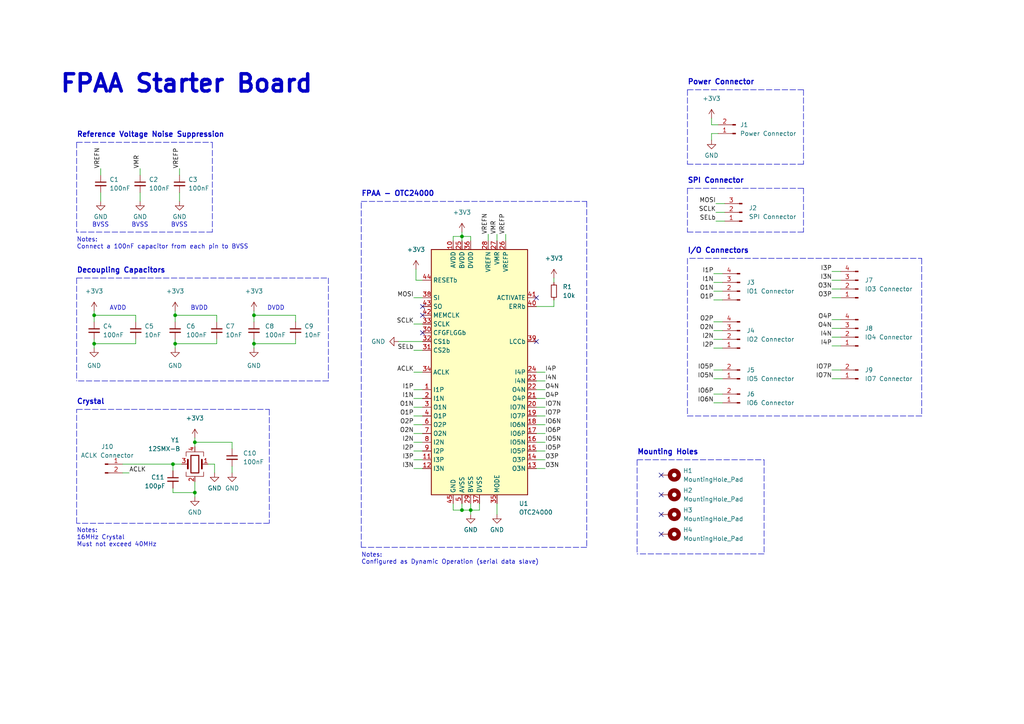
<source format=kicad_sch>
(kicad_sch (version 20211123) (generator eeschema)
  (paper "A4")
  (title_block (title "FPAA Starter Board") (date "2022-05-03") (rev "2.0") (company "EngrEDU"))
  (lib_symbols
    (symbol "Connector:Conn_01x02_Male" (pin_names (offset 1.016) hide)
      (property "Reference" "J" (at 0 2.54 0))
      (property "Value" "Conn_01x02_Male" (at 0 -5.08 0))
      (symbol "Conn_01x02_Male_1_1"
        (polyline (pts (xy 1.27 -2.54) (xy 0.8636 -2.54)) (stroke (width 0.1524)))
        (polyline (pts (xy 1.27 0) (xy 0.8636 0)) (stroke (width 0.1524)))
        (rectangle (start 0.8636 -2.413) (end 0 -2.667) (stroke (width 0.1524)) (fill (type outline)))
        (rectangle (start 0.8636 0.127) (end 0 -0.127) (stroke (width 0.1524)) (fill (type outline)))
        (pin passive line (at 5.08 0 180) (length 3.81) (name "Pin_1") (number "1"))
        (pin passive line (at 5.08 -2.54 180) (length 3.81) (name "Pin_2") (number "2"))
      )
    )
    (symbol "Connector:Conn_01x03_Male" (pin_names (offset 1.016) hide)
      (property "Reference" "J" (at 0 5.08 0))
      (property "Value" "Conn_01x03_Male" (at 0 -5.08 0))
      (symbol "Conn_01x03_Male_1_1"
        (polyline (pts (xy 1.27 -2.54) (xy 0.8636 -2.54)) (stroke (width 0.1524)))
        (polyline (pts (xy 1.27 0) (xy 0.8636 0)) (stroke (width 0.1524)))
        (polyline (pts (xy 1.27 2.54) (xy 0.8636 2.54)) (stroke (width 0.1524)))
        (rectangle (start 0.8636 -2.413) (end 0 -2.667) (stroke (width 0.1524)) (fill (type outline)))
        (rectangle (start 0.8636 0.127) (end 0 -0.127) (stroke (width 0.1524)) (fill (type outline)))
        (rectangle (start 0.8636 2.667) (end 0 2.413) (stroke (width 0.1524)) (fill (type outline)))
        (pin passive line (at 5.08 2.54 180) (length 3.81) (name "Pin_1") (number "1"))
        (pin passive line (at 5.08 0 180) (length 3.81) (name "Pin_2") (number "2"))
        (pin passive line (at 5.08 -2.54 180) (length 3.81) (name "Pin_3") (number "3"))
      )
    )
    (symbol "Connector:Conn_01x04_Male" (pin_names (offset 1.016) hide)
      (property "Reference" "J" (at 0 5.08 0))
      (property "Value" "Conn_01x04_Male" (at 0 -7.62 0))
      (symbol "Conn_01x04_Male_1_1"
        (polyline (pts (xy 1.27 -5.08) (xy 0.8636 -5.08)) (stroke (width 0.1524)))
        (polyline (pts (xy 1.27 -2.54) (xy 0.8636 -2.54)) (stroke (width 0.1524)))
        (polyline (pts (xy 1.27 0) (xy 0.8636 0)) (stroke (width 0.1524)))
        (polyline (pts (xy 1.27 2.54) (xy 0.8636 2.54)) (stroke (width 0.1524)))
        (rectangle (start 0.8636 -4.953) (end 0 -5.207) (stroke (width 0.1524)) (fill (type outline)))
        (rectangle (start 0.8636 -2.413) (end 0 -2.667) (stroke (width 0.1524)) (fill (type outline)))
        (rectangle (start 0.8636 0.127) (end 0 -0.127) (stroke (width 0.1524)) (fill (type outline)))
        (rectangle (start 0.8636 2.667) (end 0 2.413) (stroke (width 0.1524)) (fill (type outline)))
        (pin passive line (at 5.08 2.54 180) (length 3.81) (name "Pin_1") (number "1"))
        (pin passive line (at 5.08 0 180) (length 3.81) (name "Pin_2") (number "2"))
        (pin passive line (at 5.08 -2.54 180) (length 3.81) (name "Pin_3") (number "3"))
        (pin passive line (at 5.08 -5.08 180) (length 3.81) (name "Pin_4") (number "4"))
      )
    )
    (symbol "Device:C_Small" (pin_numbers hide) (pin_names (offset 0.254) hide)
      (property "Reference" "C" (at 0.254 1.778 0))
      (property "Value" "C_Small" (at 0.254 -2.032 0))
      (symbol "C_Small_0_1"
        (polyline (pts (xy -1.524 -0.508) (xy 1.524 -0.508)) (stroke (width 0.3302)))
        (polyline (pts (xy -1.524 0.508) (xy 1.524 0.508)) (stroke (width 0.3048)))
      )
      (symbol "C_Small_1_1"
        (pin passive line (at 0 2.54 270) (length 2.032) (name "~") (number "1"))
        (pin passive line (at 0 -2.54 90) (length 2.032) (name "~") (number "2"))
      )
    )
    (symbol "Device:Crystal_GND24" (pin_names (offset 1.016) hide)
      (property "Reference" "Y" (at 3.175 5.08 0))
      (property "Value" "Crystal_GND24" (at 3.175 3.175 0))
      (symbol "Crystal_GND24_0_1"
        (rectangle (start -1.143 2.54) (end 1.143 -2.54) (stroke (width 0.3048)))
        (polyline (pts (xy -2.54 0) (xy -2.032 0)))
        (polyline (pts (xy -2.032 -1.27) (xy -2.032 1.27)) (stroke (width 0.508)))
        (polyline (pts (xy 0 -3.81) (xy 0 -3.556)))
        (polyline (pts (xy 0 3.556) (xy 0 3.81)))
        (polyline (pts (xy 2.032 -1.27) (xy 2.032 1.27)) (stroke (width 0.508)))
        (polyline (pts (xy 2.032 0) (xy 2.54 0)))
        (polyline (pts (xy -2.54 -2.286) (xy -2.54 -3.556) (xy 2.54 -3.556) (xy 2.54 -2.286)))
        (polyline (pts (xy -2.54 2.286) (xy -2.54 3.556) (xy 2.54 3.556) (xy 2.54 2.286)))
      )
      (symbol "Crystal_GND24_1_1"
        (pin passive line (at -3.81 0 0) (length 1.27) (name "1") (number "1"))
        (pin passive line (at 0 5.08 270) (length 1.27) (name "2") (number "2"))
        (pin passive line (at 3.81 0 180) (length 1.27) (name "3") (number "3"))
        (pin passive line (at 0 -5.08 90) (length 1.27) (name "4") (number "4"))
      )
    )
    (symbol "Device:R_Small" (pin_numbers hide) (pin_names (offset 0.254) hide)
      (property "Reference" "R" (at 0.762 0.508 0))
      (property "Value" "R_Small" (at 0.762 -1.016 0))
      (symbol "R_Small_0_1"
        (rectangle (start -0.762 1.778) (end 0.762 -1.778) (stroke (width 0.2032)))
      )
      (symbol "R_Small_1_1"
        (pin passive line (at 0 2.54 270) (length 0.762) (name "~") (number "1"))
        (pin passive line (at 0 -2.54 90) (length 0.762) (name "~") (number "2"))
      )
    )
    (symbol "EngrEDU:OTC24000"
      (property "Reference" "U1" (at 10.16 -38.1 0))
      (property "Value" "OTC24000" (at 10.16 -40.64 0))
      (symbol "OTC24000_0_1"
        (rectangle (start -15.24 -35.56) (end 12.7 35.56) (stroke (width 0.254)) (fill (type background)))
      )
      (symbol "OTC24000_1_1"
        (pin input line (at -17.78 -5.08 0) (length 2.54) (name "I1P") (number "1"))
        (pin power_in line (at -8.89 38.1 270) (length 2.54) (name "AVDD") (number "10"))
        (pin input line (at -17.78 -25.4 0) (length 2.54) (name "I3P") (number "11"))
        (pin input line (at -17.78 -27.94 0) (length 2.54) (name "I3N") (number "12"))
        (pin output line (at 15.24 -27.94 180) (length 2.54) (name "O3N") (number "13"))
        (pin output line (at 15.24 -25.4 180) (length 2.54) (name "O3P") (number "14"))
        (pin bidirectional line (at 15.24 -22.86 180) (length 2.54) (name "IO5P") (number "15"))
        (pin bidirectional line (at 15.24 -20.32 180) (length 2.54) (name "IO5N") (number "16"))
        (pin bidirectional line (at 15.24 -17.78 180) (length 2.54) (name "IO6P") (number "17"))
        (pin bidirectional line (at 15.24 -15.24 180) (length 2.54) (name "IO6N") (number "18"))
        (pin bidirectional line (at 15.24 -12.7 180) (length 2.54) (name "IO7P") (number "19"))
        (pin input line (at -17.78 -7.62 0) (length 2.54) (name "I1N") (number "2"))
        (pin bidirectional line (at 15.24 -10.16 180) (length 2.54) (name "IO7N") (number "20"))
        (pin output line (at 15.24 -7.62 180) (length 2.54) (name "O4P") (number "21"))
        (pin output line (at 15.24 -5.08 180) (length 2.54) (name "O4N") (number "22"))
        (pin input line (at 15.24 -2.54 180) (length 2.54) (name "I4N") (number "23"))
        (pin input line (at 15.24 0 180) (length 2.54) (name "I4P") (number "24"))
        (pin power_in line (at -6.35 38.1 270) (length 2.54) (name "BVDD") (number "25"))
        (pin power_in line (at 6.35 38.1 270) (length 2.54) (name "VREFP") (number "26"))
        (pin power_in line (at 3.81 38.1 270) (length 2.54) (name "VMR") (number "27"))
        (pin power_in line (at 1.27 38.1 270) (length 2.54) (name "VREFN") (number "28"))
        (pin power_in line (at -3.81 -38.1 90) (length 2.54) (name "BVSS") (number "29"))
        (pin output line (at -17.78 -10.16 0) (length 2.54) (name "O1N") (number "3"))
        (pin output line (at -17.78 11.43 0) (length 2.54) (name "CFGFLGGb") (number "30"))
        (pin input line (at -17.78 6.35 0) (length 2.54) (name "CS2b") (number "31"))
        (pin input line (at -17.78 8.89 0) (length 2.54) (name "CS1b") (number "32"))
        (pin input line (at -17.78 13.97 0) (length 2.54) (name "SCLK") (number "33"))
        (pin input line (at -17.78 0 0) (length 2.54) (name "ACLK") (number "34"))
        (pin input line (at 3.81 -38.1 90) (length 2.54) (name "MODE") (number "35"))
        (pin power_in line (at -3.81 38.1 270) (length 2.54) (name "DVDD") (number "36"))
        (pin power_in line (at -1.27 -38.1 90) (length 2.54) (name "DVSS") (number "37"))
        (pin input line (at -17.78 21.59 0) (length 2.54) (name "SI") (number "38"))
        (pin output line (at 15.24 8.89 180) (length 2.54) (name "LCCb") (number "39"))
        (pin output line (at -17.78 -12.7 0) (length 2.54) (name "O1P") (number "4"))
        (pin output line (at 15.24 19.05 180) (length 2.54) (name "ERRb") (number "40"))
        (pin output line (at 15.24 21.59 180) (length 2.54) (name "ACTIVATE") (number "41"))
        (pin output line (at -17.78 16.51 0) (length 2.54) (name "MEMCLK") (number "42"))
        (pin output line (at -17.78 19.05 0) (length 2.54) (name "SO") (number "43"))
        (pin input line (at -17.78 26.67 0) (length 2.54) (name "RESETb") (number "44"))
        (pin power_in line (at -8.89 -38.1 90) (length 2.54) (name "GND") (number "45"))
        (pin power_in line (at -6.35 -38.1 90) (length 2.54) (name "AVSS") (number "5"))
        (pin output line (at -17.78 -15.24 0) (length 2.54) (name "O2P") (number "6"))
        (pin output line (at -17.78 -17.78 0) (length 2.54) (name "O2N") (number "7"))
        (pin input line (at -17.78 -20.32 0) (length 2.54) (name "I2N") (number "8"))
        (pin input line (at -17.78 -22.86 0) (length 2.54) (name "I2P") (number "9"))
      )
    )
    (symbol "Mechanical:MountingHole_Pad" (pin_numbers hide) (pin_names (offset 1.016) hide)
      (property "Reference" "H" (at 0 6.35 0))
      (property "Value" "MountingHole_Pad" (at 0 4.445 0))
      (symbol "MountingHole_Pad_0_1"
        (circle (center 0 1.27) (radius 1.27) (stroke (width 1.27)))
      )
      (symbol "MountingHole_Pad_1_1"
        (pin input line (at 0 -2.54 90) (length 2.54) (name "1") (number "1"))
      )
    )
    (symbol "power:+3.3V" (power) (pin_names (offset 0))
      (property "Value" "+3.3V" (at 0 3.556 0))
      (symbol "+3.3V_0_1"
        (polyline (pts (xy -0.762 1.27) (xy 0 2.54)))
        (polyline (pts (xy 0 0) (xy 0 2.54)))
        (polyline (pts (xy 0 2.54) (xy 0.762 1.27)))
      )
      (symbol "+3.3V_1_1"
        (pin power_in line (at 0 0 90) (length 0) hide (name "+3V3") (number "1"))
      )
    )
    (symbol "power:GND" (power) (pin_names (offset 0))
      (property "Value" "GND" (at 0 -3.81 0))
      (symbol "GND_0_1"
        (polyline (pts (xy 0 0) (xy 0 -1.27) (xy 1.27 -1.27) (xy 0 -2.54) (xy -1.27 -1.27) (xy 0 -1.27)))
      )
      (symbol "GND_1_1"
        (pin power_in line (at 0 0 270) (length 0) hide (name "GND") (number "1"))
      )
    )
  )
  (junction (at 56.515 128.27))
  (junction (at 27.305 91.44))
  (junction (at 56.515 142.875))
  (junction (at 133.985 68.58))
  (junction (at 50.8 99.695))
  (junction (at 50.8 91.44))
  (junction (at 133.985 147.955))
  (junction (at 73.66 91.44))
  (junction (at 27.305 99.695))
  (junction (at 136.525 147.955))
  (junction (at 50.165 134.62))
  (junction (at 73.66 99.695))
  (no_connect (at 191.77 149.225))
  (no_connect (at 191.77 154.94))
  (no_connect (at 191.77 137.795))
  (no_connect (at 191.77 143.51))
  (no_connect (at 155.575 86.36))
  (no_connect (at 155.575 99.06))
  (no_connect (at 122.555 96.52))
  (no_connect (at 122.555 91.44))
  (no_connect (at 122.555 88.9))
  (wire (pts (xy 73.66 91.44) (xy 85.725 91.44)))
  (wire (pts (xy 155.575 130.81) (xy 158.115 130.81)))
  (wire (pts (xy 115.57 99.06) (xy 122.555 99.06)))
  (wire (pts (xy 155.575 107.95) (xy 158.115 107.95)))
  (polyline (pts (xy 199.39 26.035) (xy 233.045 26.035)))
  (wire (pts (xy 155.575 110.49) (xy 158.115 110.49)))
  (polyline (pts (xy 184.785 133.35) (xy 184.785 160.655)))
  (wire (pts (xy 120.015 113.03) (xy 122.555 113.03)))
  (wire (pts (xy 52.07 48.895) (xy 52.07 50.8)))
  (polyline (pts (xy 22.225 41.275) (xy 22.225 67.31)))
  (wire (pts (xy 120.015 130.81) (xy 122.555 130.81)))
  (wire (pts (xy 73.66 99.695) (xy 73.66 100.965)))
  (wire (pts (xy 155.575 113.03) (xy 158.115 113.03)))
  (wire (pts (xy 133.985 69.85) (xy 133.985 68.58)))
  (wire (pts (xy 141.605 67.945) (xy 141.605 69.85)))
  (wire (pts (xy 120.015 120.65) (xy 122.555 120.65)))
  (wire (pts (xy 133.985 147.955) (xy 136.525 147.955)))
  (wire (pts (xy 50.8 90.17) (xy 50.8 91.44)))
  (wire (pts (xy 73.66 91.44) (xy 73.66 93.345)))
  (wire (pts (xy 207.01 95.885) (xy 209.55 95.885)))
  (polyline (pts (xy 199.39 26.035) (xy 199.39 47.625)))
  (polyline (pts (xy 199.39 54.61) (xy 199.39 67.31)))
  (wire (pts (xy 146.685 67.945) (xy 146.685 69.85)))
  (wire (pts (xy 144.145 67.945) (xy 144.145 69.85)))
  (wire (pts (xy 120.65 81.28) (xy 122.555 81.28)))
  (wire (pts (xy 40.64 48.895) (xy 40.64 50.8)))
  (wire (pts (xy 27.305 99.695) (xy 39.37 99.695)))
  (wire (pts (xy 40.64 55.88) (xy 40.64 58.42)))
  (wire (pts (xy 136.525 146.05) (xy 136.525 147.955)))
  (wire (pts (xy 241.3 83.82) (xy 243.84 83.82)))
  (polyline (pts (xy 221.615 133.35) (xy 221.615 160.655)))
  (wire (pts (xy 155.575 115.57) (xy 158.115 115.57)))
  (polyline (pts (xy 221.615 160.655) (xy 184.785 160.655)))
  (wire (pts (xy 50.165 136.525) (xy 50.165 134.62)))
  (wire (pts (xy 85.725 98.425) (xy 85.725 99.695)))
  (wire (pts (xy 39.37 98.425) (xy 39.37 99.695)))
  (wire (pts (xy 35.56 137.16) (xy 37.465 137.16)))
  (wire (pts (xy 207.01 98.425) (xy 209.55 98.425)))
  (polyline (pts (xy 61.595 41.275) (xy 61.595 67.31)))
  (wire (pts (xy 139.065 146.05) (xy 139.065 147.955)))
  (wire (pts (xy 120.015 123.19) (xy 122.555 123.19)))
  (wire (pts (xy 27.305 90.17) (xy 27.305 91.44)))
  (wire (pts (xy 67.31 135.255) (xy 67.31 137.16)))
  (wire (pts (xy 131.445 147.955) (xy 133.985 147.955)))
  (wire (pts (xy 50.8 99.695) (xy 50.8 100.965)))
  (wire (pts (xy 62.865 93.345) (xy 62.865 91.44)))
  (wire (pts (xy 50.8 91.44) (xy 62.865 91.44)))
  (wire (pts (xy 120.015 115.57) (xy 122.555 115.57)))
  (wire (pts (xy 60.325 134.62) (xy 62.23 134.62)))
  (polyline (pts (xy 22.225 151.765) (xy 22.225 118.745)))
  (polyline (pts (xy 22.225 80.645) (xy 95.25 80.645)))
  (wire (pts (xy 155.575 118.11) (xy 158.115 118.11)))
  (wire (pts (xy 207.645 64.135) (xy 210.185 64.135)))
  (polyline (pts (xy 199.39 54.61) (xy 233.045 54.61)))
  (wire (pts (xy 120.015 133.35) (xy 122.555 133.35)))
  (polyline (pts (xy 233.045 47.625) (xy 199.39 47.625)))
  (polyline (pts (xy 170.18 58.42) (xy 170.18 158.75)))
  (wire (pts (xy 207.01 93.345) (xy 209.55 93.345)))
  (wire (pts (xy 56.515 142.875) (xy 56.515 144.145)))
  (polyline (pts (xy 38.1 118.745) (xy 78.105 118.745)))
  (wire (pts (xy 241.3 86.36) (xy 243.84 86.36)))
  (wire (pts (xy 241.3 107.315) (xy 243.84 107.315)))
  (wire (pts (xy 120.65 78.105) (xy 120.65 81.28)))
  (wire (pts (xy 144.145 146.05) (xy 144.145 149.225)))
  (wire (pts (xy 27.305 91.44) (xy 27.305 93.345)))
  (polyline (pts (xy 233.045 26.035) (xy 233.045 47.625)))
  (polyline (pts (xy 104.775 158.75) (xy 104.775 58.42)))
  (wire (pts (xy 206.375 38.735) (xy 206.375 40.64)))
  (wire (pts (xy 67.31 130.175) (xy 67.31 128.27)))
  (wire (pts (xy 136.525 147.955) (xy 136.525 149.225)))
  (polyline (pts (xy 233.045 54.61) (xy 233.045 67.31)))
  (wire (pts (xy 207.01 116.84) (xy 209.55 116.84)))
  (wire (pts (xy 52.07 55.88) (xy 52.07 58.42)))
  (wire (pts (xy 62.865 98.425) (xy 62.865 99.695)))
  (polyline (pts (xy 95.25 80.645) (xy 95.25 110.49)))
  (wire (pts (xy 27.305 99.695) (xy 27.305 100.965)))
  (wire (pts (xy 207.645 61.595) (xy 210.185 61.595)))
  (wire (pts (xy 207.01 114.3) (xy 209.55 114.3)))
  (wire (pts (xy 207.01 100.965) (xy 209.55 100.965)))
  (wire (pts (xy 131.445 146.05) (xy 131.445 147.955)))
  (wire (pts (xy 120.015 118.11) (xy 122.555 118.11)))
  (wire (pts (xy 120.015 125.73) (xy 122.555 125.73)))
  (wire (pts (xy 56.515 139.7) (xy 56.515 142.875)))
  (polyline (pts (xy 61.595 67.31) (xy 22.225 67.31)))
  (polyline (pts (xy 267.335 74.93) (xy 267.335 120.65)))
  (wire (pts (xy 120.015 101.6) (xy 122.555 101.6)))
  (polyline (pts (xy 78.105 118.745) (xy 78.105 151.765)))
  (wire (pts (xy 120.015 107.95) (xy 122.555 107.95)))
  (polyline (pts (xy 233.045 67.31) (xy 199.39 67.31)))
  (wire (pts (xy 241.3 100.33) (xy 243.84 100.33)))
  (polyline (pts (xy 22.225 118.745) (xy 38.1 118.745)))
  (wire (pts (xy 241.3 92.71) (xy 243.84 92.71)))
  (wire (pts (xy 29.21 48.895) (xy 29.21 50.8)))
  (wire (pts (xy 85.725 93.345) (xy 85.725 91.44)))
  (wire (pts (xy 136.525 69.85) (xy 136.525 68.58)))
  (wire (pts (xy 206.375 34.29) (xy 206.375 36.195)))
  (wire (pts (xy 56.515 127) (xy 56.515 128.27)))
  (wire (pts (xy 207.01 86.995) (xy 209.55 86.995)))
  (polyline (pts (xy 184.785 133.35) (xy 221.615 133.35)))
  (wire (pts (xy 35.56 134.62) (xy 50.165 134.62)))
  (wire (pts (xy 207.01 84.455) (xy 209.55 84.455)))
  (wire (pts (xy 73.66 98.425) (xy 73.66 99.695)))
  (wire (pts (xy 136.525 147.955) (xy 139.065 147.955)))
  (polyline (pts (xy 22.225 41.275) (xy 61.595 41.275)))
  (wire (pts (xy 155.575 123.19) (xy 158.115 123.19)))
  (wire (pts (xy 155.575 125.73) (xy 158.115 125.73)))
  (wire (pts (xy 207.01 107.315) (xy 209.55 107.315)))
  (wire (pts (xy 155.575 88.9) (xy 160.655 88.9)))
  (wire (pts (xy 120.015 128.27) (xy 122.555 128.27)))
  (wire (pts (xy 73.66 90.17) (xy 73.66 91.44)))
  (wire (pts (xy 155.575 128.27) (xy 158.115 128.27)))
  (wire (pts (xy 208.28 38.735) (xy 206.375 38.735)))
  (wire (pts (xy 120.015 86.36) (xy 122.555 86.36)))
  (wire (pts (xy 67.31 128.27) (xy 56.515 128.27)))
  (wire (pts (xy 155.575 133.35) (xy 158.115 133.35)))
  (wire (pts (xy 155.575 135.89) (xy 158.115 135.89)))
  (wire (pts (xy 56.515 128.27) (xy 56.515 129.54)))
  (wire (pts (xy 73.66 99.695) (xy 85.725 99.695)))
  (wire (pts (xy 50.8 91.44) (xy 50.8 93.345)))
  (polyline (pts (xy 104.775 58.42) (xy 170.18 58.42)))
  (wire (pts (xy 133.985 146.05) (xy 133.985 147.955)))
  (wire (pts (xy 50.165 141.605) (xy 50.165 142.875)))
  (wire (pts (xy 241.3 97.79) (xy 243.84 97.79)))
  (polyline (pts (xy 170.18 158.75) (xy 104.775 158.75)))
  (wire (pts (xy 120.015 93.98) (xy 122.555 93.98)))
  (wire (pts (xy 50.8 98.425) (xy 50.8 99.695)))
  (wire (pts (xy 206.375 36.195) (xy 208.28 36.195)))
  (polyline (pts (xy 78.105 151.765) (xy 22.225 151.765)))
  (wire (pts (xy 241.3 81.28) (xy 243.84 81.28)))
  (wire (pts (xy 62.23 137.16) (xy 62.23 134.62)))
  (polyline (pts (xy 199.39 74.93) (xy 199.39 120.65)))
  (wire (pts (xy 160.655 80.645) (xy 160.655 81.915)))
  (wire (pts (xy 27.305 91.44) (xy 39.37 91.44)))
  (wire (pts (xy 50.165 134.62) (xy 52.705 134.62)))
  (wire (pts (xy 120.015 135.89) (xy 122.555 135.89)))
  (wire (pts (xy 241.3 78.74) (xy 243.84 78.74)))
  (wire (pts (xy 27.305 98.425) (xy 27.305 99.695)))
  (wire (pts (xy 160.655 86.995) (xy 160.655 88.9)))
  (wire (pts (xy 241.3 95.25) (xy 243.84 95.25)))
  (wire (pts (xy 39.37 93.345) (xy 39.37 91.44)))
  (wire (pts (xy 207.01 109.855) (xy 209.55 109.855)))
  (wire (pts (xy 133.985 68.58) (xy 136.525 68.58)))
  (wire (pts (xy 241.3 109.855) (xy 243.84 109.855)))
  (wire (pts (xy 50.8 99.695) (xy 62.865 99.695)))
  (polyline (pts (xy 200.025 74.93) (xy 267.335 74.93)))
  (wire (pts (xy 50.165 142.875) (xy 56.515 142.875)))
  (polyline (pts (xy 267.335 120.65) (xy 199.39 120.65)))
  (wire (pts (xy 133.985 68.58) (xy 131.445 68.58)))
  (wire (pts (xy 207.01 81.915) (xy 209.55 81.915)))
  (wire (pts (xy 207.01 79.375) (xy 209.55 79.375)))
  (wire (pts (xy 133.985 67.31) (xy 133.985 68.58)))
  (polyline (pts (xy 22.225 80.645) (xy 22.225 110.49)))
  (polyline (pts (xy 95.25 110.49) (xy 22.225 110.49)))
  (wire (pts (xy 131.445 68.58) (xy 131.445 69.85)))
  (wire (pts (xy 29.21 55.88) (xy 29.21 58.42)))
  (wire (pts (xy 207.645 59.055) (xy 210.185 59.055)))
  (wire (pts (xy 155.575 120.65) (xy 158.115 120.65)))
  (text "BVSS" (at 49.53 66.04 0) (effects (font (size 1.27 1.27)) (justify left bottom)))
  (text "DVDD" (at 77.47 90.17 0) (effects (font (size 1.27 1.27)) (justify left bottom)))
  (text "BVDD" (at 55.245 90.17 0) (effects (font (size 1.27 1.27)) (justify left bottom)))
  (text "Notes:\n16MHz Crystal\nMust not exceed 40MHz" (at 22.225 158.75 0) (effects (font (size 1.27 1.27)) (justify left bottom)))
  (text "Decoupling Capacitors\n" (at 22.225 79.375 0) (effects (font (size 1.5 1.5) (thickness 0.3) bold) (justify left bottom)))
  (text "Reference Voltage Noise Suppression" (at 22.225 40.005 0) (effects (font (size 1.5 1.5) (thickness 0.3) bold) (justify left bottom)))
  (text "BVSS" (at 26.67 66.04 0) (effects (font (size 1.27 1.27)) (justify left bottom)))
  (text "Power Connector" (at 199.39 24.765 0) (effects (font (size 1.5 1.5) (thickness 0.3) bold) (justify left bottom)))
  (text "FPAA - OTC24000" (at 104.775 57.15 0) (effects (font (size 1.5 1.5) (thickness 0.3) bold) (justify left bottom)))
  (text "Mounting Holes" (at 184.785 132.08 0) (effects (font (size 1.5 1.5) (thickness 0.3) bold) (justify left bottom)))
  (text "Notes:\nConnect a 100nF capacitor from each pin to BVSS" (at 22.225 72.39 0) (effects (font (size 1.27 1.27)) (justify left bottom)))
  (text "AVDD" (at 31.75 90.17 0) (effects (font (size 1.27 1.27)) (justify left bottom)))
  (text "FPAA Starter Board" (at 17.145 27.305 0) (effects (font (size 5 5) (thickness 1) bold) (justify left bottom)))
  (text "Crystal" (at 22.225 117.475 0) (effects (font (size 1.5 1.5) (thickness 0.3) bold) (justify left bottom)))
  (text "BVSS" (at 38.1 66.04 0) (effects (font (size 1.27 1.27)) (justify left bottom)))
  (text "SPI Connector" (at 199.39 53.34 0) (effects (font (size 1.5 1.5) (thickness 0.3) bold) (justify left bottom)))
  (text "Notes:\nConfigured as Dynamic Operation (serial data slave)" (at 104.775 163.83 0) (effects (font (size 1.27 1.27)) (justify left bottom)))
  (text "I/O Connectors\n" (at 199.39 73.66 0) (effects (font (size 1.5 1.5) (thickness 0.3) bold) (justify left bottom)))
  (label "I3P" (at 241.3 78.74 180))
  (label "O2N" (at 207.01 95.885 180))
  (label "I2N" (at 120.015 128.27 180))
  (label "I3N" (at 120.015 135.89 180))
  (label "VREFP" (at 52.07 48.895 90))
  (label "SELb" (at 207.645 64.135 180))
  (label "O4N" (at 241.3 95.25 180))
  (label "SELb" (at 120.015 101.6 180))
  (label "IO7N" (at 241.3 109.855 180))
  (label "O1N" (at 120.015 118.11 180))
  (label "I1P" (at 207.01 79.375 180))
  (label "IO6N" (at 158.115 123.19 0))
  (label "I4P" (at 241.3 100.33 180))
  (label "IO7P" (at 241.3 107.315 180))
  (label "O1P" (at 207.01 86.995 180))
  (label "O2N" (at 120.015 125.73 180))
  (label "O4P" (at 158.115 115.57 0))
  (label "VREFP" (at 146.685 67.945 90))
  (label "VREFN" (at 29.21 48.895 90))
  (label "IO6N" (at 207.01 116.84 180))
  (label "I4P" (at 158.115 107.95 0))
  (label "O2P" (at 207.01 93.345 180))
  (label "I2N" (at 207.01 98.425 180))
  (label "O3P" (at 158.115 133.35 0))
  (label "I2P" (at 120.015 130.81 180))
  (label "SCLK" (at 207.645 61.595 180))
  (label "IO5N" (at 207.01 109.855 180))
  (label "IO7P" (at 158.115 120.65 0))
  (label "O3P" (at 241.3 86.36 180))
  (label "ACLK" (at 120.015 107.95 180))
  (label "I1P" (at 120.015 113.03 180))
  (label "I4N" (at 158.115 110.49 0))
  (label "IO5N" (at 158.115 128.27 0))
  (label "O1P" (at 120.015 120.65 180))
  (label "O4N" (at 158.115 113.03 0))
  (label "VMR" (at 144.145 67.945 90))
  (label "I1N" (at 120.015 115.57 180))
  (label "MOSI" (at 207.645 59.055 180))
  (label "I1N" (at 207.01 81.915 180))
  (label "I4N" (at 241.3 97.79 180))
  (label "VMR" (at 40.64 48.895 90))
  (label "O4P" (at 241.3 92.71 180))
  (label "IO7N" (at 158.115 118.11 0))
  (label "IO6P" (at 207.01 114.3 180))
  (label "O3N" (at 158.115 135.89 0))
  (label "IO6P" (at 158.115 125.73 0))
  (label "O1N" (at 207.01 84.455 180))
  (label "I3N" (at 241.3 81.28 180))
  (label "VREFN" (at 141.605 67.945 90))
  (label "I3P" (at 120.015 133.35 180))
  (label "IO5P" (at 158.115 130.81 0))
  (label "O3N" (at 241.3 83.82 180))
  (label "I2P" (at 207.01 100.965 180))
  (label "MOSI" (at 120.015 86.36 180))
  (label "SCLK" (at 120.015 93.98 180))
  (label "IO5P" (at 207.01 107.315 180))
  (label "ACLK" (at 37.465 137.16 0))
  (label "O2P" (at 120.015 123.19 180))
  (symbol (lib_id "power:+3.3V") (at 160.655 80.645 0) (unit 1)
    (property "Reference" "#PWR011" (effects hide))
    (property "Value" "+3.3V" (at 160.655 74.93 0))
  )
  (symbol (lib_id "power:GND") (at 73.66 100.965 0) (unit 1)
    (property "Reference" "#PWR017" (effects hide))
    (property "Value" "GND" (at 73.66 106.045 0))
  )
  (symbol (lib_id "power:+3.3V") (at 50.8 90.17 0) (unit 1)
    (property "Reference" "#PWR014" (effects hide))
    (property "Value" "+3.3V" (at 50.8 84.455 0))
  )
  (symbol (lib_id "Mechanical:MountingHole_Pad") (at 194.31 143.51 270) (unit 1)
    (property "Reference" "H2" (at 198.12 142.2399 90) (effects (justify left)))
    (property "Value" "MountingHole_Pad" (at 198.12 144.7799 90) (effects (justify left)))
    (property "Footprint" "MountingHole:MountingHole_3.2mm_M3_Pad_Via" (effects hide))
  )
  (symbol (lib_id "power:+3.3V") (at 206.375 34.29 0) (unit 1)
    (property "Reference" "#PWR012" (effects hide))
    (property "Value" "+3.3V" (at 206.375 28.575 0))
  )
  (symbol (lib_id "Device:C_Small") (at 73.66 95.885 0) (unit 1)
    (property "Reference" "C8" (at 76.835 94.6212 0) (effects (justify left)))
    (property "Value" "100nF" (at 76.835 97.1612 0) (effects (justify left)))
    (property "Footprint" "Capacitor_SMD:C_0603_1608Metric" (effects hide))
    (property "Datasheet" "https://www.mouser.com/datasheet/2/40/AutoMLCC-777028.pdf" (effects hide))
    (property "Part #" "0603YC104J4T4A" (effects hide))
  )
  (symbol (lib_id "Device:C_Small") (at 29.21 53.34 0) (unit 1)
    (property "Reference" "C1" (at 31.75 52.0762 0) (effects (justify left)))
    (property "Value" "100nF" (at 31.75 54.6162 0) (effects (justify left)))
    (property "Footprint" "Capacitor_SMD:C_0603_1608Metric" (effects hide))
    (property "Datasheet" "https://www.mouser.com/datasheet/2/40/AutoMLCC-777028.pdf" (effects hide))
    (property "Part #" "0603YC104J4T4A" (effects hide))
  )
  (symbol (lib_id "Device:Crystal_GND24") (at 56.515 134.62 180) (unit 1)
    (property "Reference" "Y1" (at 50.8 127.635 0))
    (property "Value" "12SMX-B" (at 47.625 130.175 0))
    (property "Footprint" "Crystal:Crystal_SMD_7050-4Pin_7.0x5.0mm" (effects hide))
    (property "Datasheet" "https://www.mouser.com/datasheet/2/445/831018038-2005418.pdf" (effects hide))
    (property "Part #" "LFXTAL026392Reel" (effects hide))
  )
  (symbol (lib_id "Device:C_Small") (at 52.07 53.34 0) (unit 1)
    (property "Reference" "C3" (at 54.61 52.0762 0) (effects (justify left)))
    (property "Value" "100nF" (at 54.61 54.6162 0) (effects (justify left)))
    (property "Footprint" "Capacitor_SMD:C_0603_1608Metric" (effects hide))
    (property "Datasheet" "https://www.mouser.com/datasheet/2/40/AutoMLCC-777028.pdf" (effects hide))
    (property "Part #" "0603YC104J4T4A" (effects hide))
  )
  (symbol (lib_id "power:+3.3V") (at 120.65 78.105 0) (unit 1)
    (property "Reference" "#PWR07" (effects hide))
    (property "Value" "+3.3V" (at 120.65 72.39 0))
  )
  (symbol (lib_id "Connector:Conn_01x02_Male") (at 214.63 109.855 180) (unit 1)
    (property "Reference" "J5" (at 216.535 107.3149 0) (effects (justify right)))
    (property "Value" "IO5 Connector" (at 216.535 109.8549 0) (effects (justify right)))
    (property "Footprint" "Connector_PinHeader_2.54mm:PinHeader_1x02_P2.54mm_Vertical" (effects hide))
  )
  (symbol (lib_id "Device:C_Small") (at 27.305 95.885 0) (unit 1)
    (property "Reference" "C4" (at 29.845 94.6212 0) (effects (justify left)))
    (property "Value" "100nF" (at 29.845 97.1612 0) (effects (justify left)))
    (property "Footprint" "Capacitor_SMD:C_0603_1608Metric" (effects hide))
    (property "Datasheet" "https://www.mouser.com/datasheet/2/40/AutoMLCC-777028.pdf" (effects hide))
    (property "Part #" "0603YC104J4T4A" (effects hide))
  )
  (symbol (lib_id "Connector:Conn_01x03_Male") (at 215.265 61.595 180) (unit 1)
    (property "Reference" "J2" (at 217.17 60.3249 0) (effects (justify right)))
    (property "Value" "SPI Connector" (at 217.17 62.8649 0) (effects (justify right)))
    (property "Footprint" "Connector_PinHeader_2.54mm:PinHeader_1x03_P2.54mm_Vertical" (effects hide))
  )
  (symbol (lib_id "power:GND") (at 206.375 40.64 0) (unit 1)
    (property "Reference" "#PWR013" (effects hide))
    (property "Value" "GND" (at 206.375 45.085 0))
  )
  (symbol (lib_id "Mechanical:MountingHole_Pad") (at 194.31 149.225 270) (unit 1)
    (property "Reference" "H3" (at 198.12 147.9549 90) (effects (justify left)))
    (property "Value" "MountingHole_Pad" (at 198.12 150.4949 90) (effects (justify left)))
    (property "Footprint" "MountingHole:MountingHole_3.2mm_M3_Pad_Via" (effects hide))
  )
  (symbol (lib_id "power:GND") (at 40.64 58.42 0) (unit 1)
    (property "Reference" "#PWR02" (effects hide))
    (property "Value" "GND" (at 40.64 62.865 0))
  )
  (symbol (lib_id "power:+3.3V") (at 133.985 67.31 0) (unit 1)
    (property "Reference" "#PWR08" (effects hide))
    (property "Value" "+3.3V" (at 133.985 61.595 0))
  )
  (symbol (lib_id "Connector:Conn_01x04_Male") (at 248.92 97.79 180) (unit 1)
    (property "Reference" "J8" (at 250.825 95.2499 0) (effects (justify right)))
    (property "Value" "IO4 Connector" (at 250.825 97.7899 0) (effects (justify right)))
    (property "Footprint" "Connector_PinHeader_2.54mm:PinHeader_1x04_P2.54mm_Vertical" (effects hide))
  )
  (symbol (lib_id "Connector:Conn_01x02_Male") (at 30.48 134.62 0) (unit 1)
    (property "Reference" "J10" (at 31.115 129.54 0))
    (property "Value" "ACLK Connector" (at 31.115 132.08 0))
    (property "Footprint" "Connector_PinHeader_2.54mm:PinHeader_1x02_P2.54mm_Vertical" (effects hide))
  )
  (symbol (lib_id "Mechanical:MountingHole_Pad") (at 194.31 137.795 270) (unit 1)
    (property "Reference" "H1" (at 198.12 136.5249 90) (effects (justify left)))
    (property "Value" "MountingHole_Pad" (at 198.12 139.0649 90) (effects (justify left)))
    (property "Footprint" "MountingHole:MountingHole_3.2mm_M3_Pad_Via" (effects hide))
  )
  (symbol (lib_id "power:GND") (at 50.8 100.965 0) (unit 1)
    (property "Reference" "#PWR015" (effects hide))
    (property "Value" "GND" (at 50.8 106.045 0))
  )
  (symbol (lib_id "power:GND") (at 67.31 137.16 0) (unit 1)
    (property "Reference" "#PWR019" (effects hide))
    (property "Value" "GND" (at 67.31 141.605 0))
  )
  (symbol (lib_id "power:+3.3V") (at 73.66 90.17 0) (unit 1)
    (property "Reference" "#PWR016" (effects hide))
    (property "Value" "+3.3V" (at 73.66 84.455 0))
  )
  (symbol (lib_id "power:GND") (at 144.145 149.225 0) (unit 1)
    (property "Reference" "#PWR010" (effects hide))
    (property "Value" "GND" (at 144.145 153.67 0))
  )
  (symbol (lib_id "Device:C_Small") (at 67.31 132.715 0) (unit 1)
    (property "Reference" "C10" (at 70.485 131.4512 0) (effects (justify left)))
    (property "Value" "100nF" (at 70.485 133.9912 0) (effects (justify left)))
    (property "Footprint" "Capacitor_SMD:C_0603_1608Metric" (effects hide))
    (property "Datasheet" "https://www.mouser.com/datasheet/2/40/AutoMLCC-777028.pdf" (effects hide))
    (property "Part #" "0603YC104J4T4A" (effects hide))
  )
  (symbol (lib_id "Device:C_Small") (at 85.725 95.885 0) (unit 1)
    (property "Reference" "C9" (at 88.265 94.6212 0) (effects (justify left)))
    (property "Value" "10nF" (at 88.265 97.1612 0) (effects (justify left)))
    (property "Footprint" "Capacitor_SMD:C_0603_1608Metric" (effects hide))
    (property "Datasheet" "https://content.kemet.com/datasheets/KEM_C1063_X8R_FT-CAP_SMD.pdf" (effects hide))
    (property "Part #" "06033C103JAT4A" (effects hide))
  )
  (symbol (lib_id "power:GND") (at 136.525 149.225 0) (unit 1)
    (property "Reference" "#PWR09" (effects hide))
    (property "Value" "GND" (at 136.525 153.67 0))
  )
  (symbol (lib_id "Connector:Conn_01x04_Male") (at 214.63 84.455 180) (unit 1)
    (property "Reference" "J3" (at 216.535 81.9149 0) (effects (justify right)))
    (property "Value" "IO1 Connector" (at 216.535 84.4549 0) (effects (justify right)))
    (property "Footprint" "Connector_PinHeader_2.54mm:PinHeader_1x04_P2.54mm_Vertical" (effects hide))
  )
  (symbol (lib_id "Device:C_Small") (at 50.8 95.885 0) (unit 1)
    (property "Reference" "C6" (at 53.975 94.6212 0) (effects (justify left)))
    (property "Value" "100nF" (at 53.975 97.1612 0) (effects (justify left)))
    (property "Footprint" "Capacitor_SMD:C_0603_1608Metric" (effects hide))
    (property "Datasheet" "https://www.mouser.com/datasheet/2/40/AutoMLCC-777028.pdf" (effects hide))
    (property "Part #" "0603YC104J4T4A" (effects hide))
  )
  (symbol (lib_id "Device:C_Small") (at 50.165 139.065 0) (unit 1)
    (property "Reference" "C11" (at 43.815 138.43 0) (effects (justify left)))
    (property "Value" "100pF" (at 41.91 140.97 0) (effects (justify left)))
    (property "Footprint" "Capacitor_SMD:C_0603_1608Metric" (effects hide))
    (property "Datasheet" "https://www.mouser.com/datasheet/2/40/X7RDielectric-777024.pdf" (effects hide))
    (property "Part #" "VJ0603A101GXQCW1BC" (effects hide))
  )
  (symbol (lib_id "power:+3.3V") (at 27.305 90.17 0) (unit 1)
    (property "Reference" "#PWR04" (effects hide))
    (property "Value" "+3.3V" (at 27.305 84.455 0))
  )
  (symbol (lib_id "power:GND") (at 115.57 99.06 270) (unit 1)
    (property "Reference" "#PWR06" (effects hide))
    (property "Value" "GND" (at 111.76 99.0599 90) (effects (justify right)))
  )
  (symbol (lib_id "Device:R_Small") (at 160.655 84.455 0) (unit 1)
    (property "Reference" "R1" (at 163.195 83.1849 0) (effects (justify left)))
    (property "Value" "10k" (at 163.195 85.7249 0) (effects (justify left)))
    (property "Footprint" "Resistor_SMD:R_0603_1608Metric" (effects hide))
    (property "Datasheet" "https://www.mouser.com/datasheet/2/447/PYu_RT_1_to_0_01_RoHS_L_11-1669912.pdf" (effects hide))
    (property "Part #" "RT0603FRD0710KL" (effects hide))
  )
  (symbol (lib_id "Connector:Conn_01x02_Male") (at 248.92 109.855 180) (unit 1)
    (property "Reference" "J9" (at 250.825 107.3149 0) (effects (justify right)))
    (property "Value" "IO7 Connector" (at 250.825 109.8549 0) (effects (justify right)))
    (property "Footprint" "Connector_PinHeader_2.54mm:PinHeader_1x02_P2.54mm_Vertical" (effects hide))
  )
  (symbol (lib_id "EngrEDU:OTC24000") (at 140.335 107.95 0) (unit 1)
    (property "Reference" "U1" (at 150.495 146.05 0) (effects (justify left)))
    (property "Value" "OTC24000" (at 150.495 148.59 0) (effects (justify left)))
    (property "Footprint" "Package_DFN_QFN:QFN-44-1EP_7x7mm_P0.5mm_EP5.15x5.15mm" (effects hide))
    (property "Datasheet" "https://www.okikatechnologies.com/download/okika-technologies-otc24000-product-datasheet/" (effects hide))
    (property "Part #" "OTC24000" (effects hide))
  )
  (symbol (lib_id "Device:C_Small") (at 40.64 53.34 0) (unit 1)
    (property "Reference" "C2" (at 43.18 52.0762 0) (effects (justify left)))
    (property "Value" "100nF" (at 43.18 54.6162 0) (effects (justify left)))
    (property "Footprint" "Capacitor_SMD:C_0603_1608Metric" (effects hide))
    (property "Datasheet" "https://www.mouser.com/datasheet/2/40/AutoMLCC-777028.pdf" (effects hide))
    (property "Part #" "0603YC104J4T4A" (effects hide))
  )
  (symbol (lib_id "power:GND") (at 27.305 100.965 0) (unit 1)
    (property "Reference" "#PWR05" (effects hide))
    (property "Value" "GND" (at 27.305 106.045 0))
  )
  (symbol (lib_id "Device:C_Small") (at 39.37 95.885 0) (unit 1)
    (property "Reference" "C5" (at 41.91 94.6212 0) (effects (justify left)))
    (property "Value" "10nF" (at 41.91 97.1612 0) (effects (justify left)))
    (property "Footprint" "Capacitor_SMD:C_0603_1608Metric" (effects hide))
    (property "Datasheet" "https://content.kemet.com/datasheets/KEM_C1063_X8R_FT-CAP_SMD.pdf" (effects hide))
    (property "Part #" "06033C103JAT4A" (effects hide))
  )
  (symbol (lib_id "Connector:Conn_01x02_Male") (at 214.63 116.84 180) (unit 1)
    (property "Reference" "J6" (at 216.535 114.2999 0) (effects (justify right)))
    (property "Value" "IO6 Connector" (at 216.535 116.8399 0) (effects (justify right)))
    (property "Footprint" "Connector_PinHeader_2.54mm:PinHeader_1x02_P2.54mm_Vertical" (effects hide))
  )
  (symbol (lib_id "power:GND") (at 56.515 144.145 0) (unit 1)
    (property "Reference" "#PWR0102" (effects hide))
    (property "Value" "GND" (at 56.515 148.59 0))
  )
  (symbol (lib_id "power:GND") (at 52.07 58.42 0) (unit 1)
    (property "Reference" "#PWR03" (effects hide))
    (property "Value" "GND" (at 52.07 62.865 0))
  )
  (symbol (lib_id "Connector:Conn_01x04_Male") (at 248.92 83.82 180) (unit 1)
    (property "Reference" "J7" (at 250.825 81.2799 0) (effects (justify right)))
    (property "Value" "IO3 Connector" (at 250.825 83.8199 0) (effects (justify right)))
    (property "Footprint" "Connector_PinHeader_2.54mm:PinHeader_1x04_P2.54mm_Vertical" (effects hide))
  )
  (symbol (lib_id "power:GND") (at 62.23 137.16 0) (unit 1)
    (property "Reference" "#PWR0103" (effects hide))
    (property "Value" "GND" (at 62.23 141.605 0))
  )
  (symbol (lib_id "Connector:Conn_01x04_Male") (at 214.63 98.425 180) (unit 1)
    (property "Reference" "J4" (at 216.535 95.8849 0) (effects (justify right)))
    (property "Value" "IO2 Connector" (at 216.535 98.4249 0) (effects (justify right)))
    (property "Footprint" "Connector_PinHeader_2.54mm:PinHeader_1x04_P2.54mm_Vertical" (effects hide))
  )
  (symbol (lib_id "Mechanical:MountingHole_Pad") (at 194.31 154.94 270) (unit 1)
    (property "Reference" "H4" (at 198.12 153.6699 90) (effects (justify left)))
    (property "Value" "MountingHole_Pad" (at 198.12 156.2099 90) (effects (justify left)))
    (property "Footprint" "MountingHole:MountingHole_3.2mm_M3_Pad_Via" (effects hide))
  )
  (symbol (lib_id "power:GND") (at 29.21 58.42 0) (unit 1)
    (property "Reference" "#PWR01" (effects hide))
    (property "Value" "GND" (at 29.21 62.865 0))
  )
  (symbol (lib_id "power:+3.3V") (at 56.515 127 0) (unit 1)
    (property "Reference" "#PWR018" (effects hide))
    (property "Value" "+3.3V" (at 56.515 121.285 0))
  )
  (symbol (lib_id "Connector:Conn_01x02_Male") (at 213.36 38.735 180) (unit 1)
    (property "Reference" "J1" (at 214.63 36.1949 0) (effects (justify right)))
    (property "Value" "Power Connector" (at 214.63 38.7349 0) (effects (justify right)))
    (property "Footprint" "Connector_PinHeader_2.54mm:PinHeader_1x02_P2.54mm_Vertical" (effects hide))
  )
  (symbol (lib_id "Device:C_Small") (at 62.865 95.885 0) (unit 1)
    (property "Reference" "C7" (at 65.405 94.6212 0) (effects (justify left)))
    (property "Value" "10nF" (at 65.405 97.1612 0) (effects (justify left)))
    (property "Footprint" "Capacitor_SMD:C_0603_1608Metric" (effects hide))
    (property "Datasheet" "https://content.kemet.com/datasheets/KEM_C1063_X8R_FT-CAP_SMD.pdf" (effects hide))
    (property "Part #" "06033C103JAT4A" (effects hide))
  )
)
</source>
